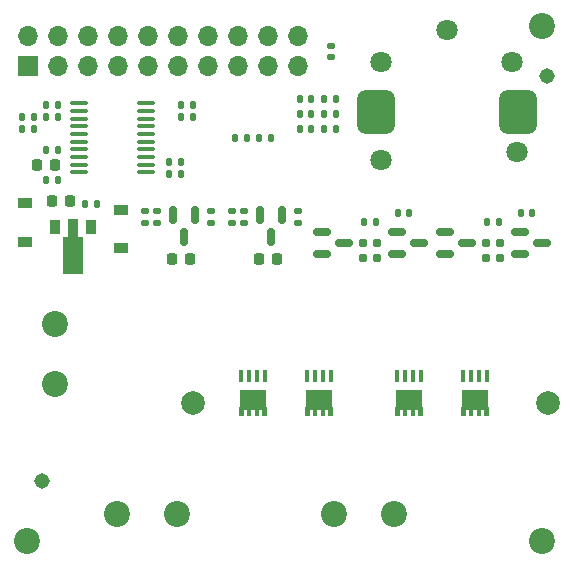
<source format=gbr>
%TF.GenerationSoftware,KiCad,Pcbnew,(6.0.2)*%
%TF.CreationDate,2022-04-08T22:45:36+03:00*%
%TF.ProjectId,pwm-controller,70776d2d-636f-46e7-9472-6f6c6c65722e,rev?*%
%TF.SameCoordinates,Original*%
%TF.FileFunction,Soldermask,Top*%
%TF.FilePolarity,Negative*%
%FSLAX46Y46*%
G04 Gerber Fmt 4.6, Leading zero omitted, Abs format (unit mm)*
G04 Created by KiCad (PCBNEW (6.0.2)) date 2022-04-08 22:45:36*
%MOMM*%
%LPD*%
G01*
G04 APERTURE LIST*
G04 Aperture macros list*
%AMRoundRect*
0 Rectangle with rounded corners*
0 $1 Rounding radius*
0 $2 $3 $4 $5 $6 $7 $8 $9 X,Y pos of 4 corners*
0 Add a 4 corners polygon primitive as box body*
4,1,4,$2,$3,$4,$5,$6,$7,$8,$9,$2,$3,0*
0 Add four circle primitives for the rounded corners*
1,1,$1+$1,$2,$3*
1,1,$1+$1,$4,$5*
1,1,$1+$1,$6,$7*
1,1,$1+$1,$8,$9*
0 Add four rect primitives between the rounded corners*
20,1,$1+$1,$2,$3,$4,$5,0*
20,1,$1+$1,$4,$5,$6,$7,0*
20,1,$1+$1,$6,$7,$8,$9,0*
20,1,$1+$1,$8,$9,$2,$3,0*%
%AMFreePoly0*
4,1,9,3.862500,-0.866500,0.737500,-0.866500,0.737500,-0.450000,-0.737500,-0.450000,-0.737500,0.450000,0.737500,0.450000,0.737500,0.866500,3.862500,0.866500,3.862500,-0.866500,3.862500,-0.866500,$1*%
%AMFreePoly1*
4,1,21,1.372500,0.787500,0.862500,0.787500,0.862500,0.532500,1.372500,0.532500,1.372500,0.127500,0.862500,0.127500,0.862500,-0.127500,1.372500,-0.127500,1.372500,-0.532500,0.862500,-0.532500,0.862500,-0.787500,1.372500,-0.787500,1.372500,-1.195000,0.612500,-1.195000,0.612500,-1.117500,-0.862500,-1.117500,-0.862500,1.117500,0.612500,1.117500,0.612500,1.195000,1.372500,1.195000,
1.372500,0.787500,1.372500,0.787500,$1*%
G04 Aperture macros list end*
%ADD10C,2.200000*%
%ADD11C,1.310000*%
%ADD12RoundRect,0.800000X-0.800000X-1.100000X0.800000X-1.100000X0.800000X1.100000X-0.800000X1.100000X0*%
%ADD13C,1.800000*%
%ADD14RoundRect,0.225000X-0.225000X-0.250000X0.225000X-0.250000X0.225000X0.250000X-0.225000X0.250000X0*%
%ADD15RoundRect,0.155000X0.212500X0.155000X-0.212500X0.155000X-0.212500X-0.155000X0.212500X-0.155000X0*%
%ADD16RoundRect,0.150000X-0.587500X-0.150000X0.587500X-0.150000X0.587500X0.150000X-0.587500X0.150000X0*%
%ADD17RoundRect,0.160000X-0.197500X-0.160000X0.197500X-0.160000X0.197500X0.160000X-0.197500X0.160000X0*%
%ADD18RoundRect,0.135000X0.135000X0.185000X-0.135000X0.185000X-0.135000X-0.185000X0.135000X-0.185000X0*%
%ADD19RoundRect,0.140000X0.140000X0.170000X-0.140000X0.170000X-0.140000X-0.170000X0.140000X-0.170000X0*%
%ADD20RoundRect,0.140000X-0.140000X-0.170000X0.140000X-0.170000X0.140000X0.170000X-0.140000X0.170000X0*%
%ADD21R,0.900000X1.300000*%
%ADD22FreePoly0,270.000000*%
%ADD23RoundRect,0.135000X-0.135000X-0.185000X0.135000X-0.185000X0.135000X0.185000X-0.135000X0.185000X0*%
%ADD24RoundRect,0.150000X-0.150000X0.587500X-0.150000X-0.587500X0.150000X-0.587500X0.150000X0.587500X0*%
%ADD25RoundRect,0.135000X0.185000X-0.135000X0.185000X0.135000X-0.185000X0.135000X-0.185000X-0.135000X0*%
%ADD26RoundRect,0.218750X0.218750X0.256250X-0.218750X0.256250X-0.218750X-0.256250X0.218750X-0.256250X0*%
%ADD27C,2.000000*%
%ADD28R,1.200000X0.900000*%
%ADD29RoundRect,0.225000X0.225000X0.250000X-0.225000X0.250000X-0.225000X-0.250000X0.225000X-0.250000X0*%
%ADD30R,1.700000X1.700000*%
%ADD31O,1.700000X1.700000*%
%ADD32R,0.405000X0.990000*%
%ADD33FreePoly1,270.000000*%
%ADD34RoundRect,0.135000X-0.185000X0.135000X-0.185000X-0.135000X0.185000X-0.135000X0.185000X0.135000X0*%
%ADD35RoundRect,0.100000X-0.637500X-0.100000X0.637500X-0.100000X0.637500X0.100000X-0.637500X0.100000X0*%
%ADD36RoundRect,0.140000X0.170000X-0.140000X0.170000X0.140000X-0.170000X0.140000X-0.170000X-0.140000X0*%
G04 APERTURE END LIST*
D10*
%TO.C,J1*%
X81788000Y-104648000D03*
X81788000Y-109728000D03*
%TD*%
D11*
%TO.C,H1*%
X123444000Y-83655000D03*
%TD*%
D10*
%TO.C,H3*%
X79375000Y-123025000D03*
%TD*%
D11*
%TO.C,H2*%
X80645000Y-117945000D03*
%TD*%
D12*
%TO.C,SW1*%
X108935000Y-86626000D03*
X120935000Y-86626000D03*
D13*
X109385000Y-82426000D03*
X120485000Y-82426000D03*
X109385000Y-90726000D03*
X114935000Y-79726000D03*
X120885000Y-90026000D03*
%TD*%
D14*
%TO.C,C1*%
X81521000Y-94234000D03*
X83071000Y-94234000D03*
%TD*%
D15*
%TO.C,C13*%
X109025500Y-99022000D03*
X107890500Y-99022000D03*
%TD*%
D16*
%TO.C,Q1*%
X110695500Y-96802000D03*
X110695500Y-98702000D03*
X112570500Y-97752000D03*
%TD*%
%TO.C,Q2*%
X104345500Y-96802000D03*
X104345500Y-98702000D03*
X106220500Y-97752000D03*
%TD*%
D17*
%TO.C,R13*%
X107860500Y-97752000D03*
X109055500Y-97752000D03*
%TD*%
D18*
%TO.C,R12*%
X108968000Y-95974000D03*
X107948000Y-95974000D03*
%TD*%
D15*
%TO.C,C15*%
X119439500Y-99022000D03*
X118304500Y-99022000D03*
%TD*%
D16*
%TO.C,Q5*%
X121109500Y-96802000D03*
X121109500Y-98702000D03*
X122984500Y-97752000D03*
%TD*%
%TO.C,Q6*%
X114759500Y-96802000D03*
X114759500Y-98702000D03*
X116634500Y-97752000D03*
%TD*%
D17*
%TO.C,R15*%
X118274500Y-97752000D03*
X119469500Y-97752000D03*
%TD*%
D18*
%TO.C,R14*%
X119382000Y-95974000D03*
X118362000Y-95974000D03*
%TD*%
D19*
%TO.C,C12*%
X122174000Y-95212000D03*
X121214000Y-95212000D03*
%TD*%
%TO.C,C14*%
X111760000Y-95212000D03*
X110800000Y-95212000D03*
%TD*%
D20*
%TO.C,C4*%
X102517000Y-85598000D03*
X103477000Y-85598000D03*
%TD*%
%TO.C,C5*%
X102517000Y-88138000D03*
X103477000Y-88138000D03*
%TD*%
%TO.C,C6*%
X102517000Y-86868000D03*
X103477000Y-86868000D03*
%TD*%
D21*
%TO.C,U1*%
X84812000Y-96394000D03*
D22*
X83312000Y-96481500D03*
D21*
X81812000Y-96394000D03*
%TD*%
D18*
%TO.C,R1*%
X105539000Y-85598000D03*
X104519000Y-85598000D03*
%TD*%
D23*
%TO.C,R5*%
X104519000Y-86868000D03*
X105539000Y-86868000D03*
%TD*%
D18*
%TO.C,R2*%
X105539000Y-88138000D03*
X104519000Y-88138000D03*
%TD*%
D24*
%TO.C,Q9*%
X93660000Y-95379300D03*
X91760000Y-95379300D03*
X92710000Y-97254300D03*
%TD*%
%TO.C,Q10*%
X101026000Y-95379300D03*
X99126000Y-95379300D03*
X100076000Y-97254300D03*
%TD*%
D25*
%TO.C,R18*%
X94996000Y-96064800D03*
X94996000Y-95044800D03*
%TD*%
%TO.C,R21*%
X102362000Y-96064800D03*
X102362000Y-95044800D03*
%TD*%
D26*
%TO.C,D4*%
X93243500Y-99110800D03*
X91668500Y-99110800D03*
%TD*%
%TO.C,D3*%
X100609500Y-99110800D03*
X99034500Y-99110800D03*
%TD*%
D23*
%TO.C,R3*%
X97026000Y-88900000D03*
X98046000Y-88900000D03*
%TD*%
D18*
%TO.C,R4*%
X100078000Y-88900000D03*
X99058000Y-88900000D03*
%TD*%
D19*
%TO.C,C2*%
X85316000Y-94488000D03*
X84356000Y-94488000D03*
%TD*%
D10*
%TO.C,H4*%
X123025000Y-123025000D03*
%TD*%
%TO.C,H5*%
X123025000Y-79375000D03*
%TD*%
D27*
%TO.C,H6*%
X93500000Y-111270000D03*
%TD*%
%TO.C,H7*%
X123500000Y-111270000D03*
%TD*%
D28*
%TO.C,D1*%
X79248000Y-94362000D03*
X79248000Y-97662000D03*
%TD*%
D20*
%TO.C,C9*%
X81054000Y-89916000D03*
X82014000Y-89916000D03*
%TD*%
D29*
%TO.C,C11*%
X81801000Y-91186000D03*
X80251000Y-91186000D03*
%TD*%
D30*
%TO.C,J2*%
X79502000Y-82804000D03*
D31*
X79502000Y-80264000D03*
X82042000Y-82804000D03*
X82042000Y-80264000D03*
X84582000Y-82804000D03*
X84582000Y-80264000D03*
X87122000Y-82804000D03*
X87122000Y-80264000D03*
X89662000Y-82804000D03*
X89662000Y-80264000D03*
X92202000Y-82804000D03*
X92202000Y-80264000D03*
X94742000Y-82804000D03*
X94742000Y-80264000D03*
X97282000Y-82804000D03*
X97282000Y-80264000D03*
X99822000Y-82804000D03*
X99822000Y-80264000D03*
X102362000Y-82804000D03*
X102362000Y-80264000D03*
%TD*%
D28*
%TO.C,D2*%
X87376000Y-98220800D03*
X87376000Y-94920800D03*
%TD*%
D10*
%TO.C,J4*%
X105410000Y-120739000D03*
X110490000Y-120739000D03*
%TD*%
%TO.C,J3*%
X86995000Y-120739000D03*
X92075000Y-120739000D03*
%TD*%
D32*
%TO.C,Q3*%
X112750000Y-109055000D03*
X112090000Y-109055000D03*
X111430000Y-109055000D03*
X110770000Y-109055000D03*
D33*
X111760000Y-111047500D03*
%TD*%
D32*
%TO.C,Q7*%
X99542000Y-109055000D03*
X98882000Y-109055000D03*
X98222000Y-109055000D03*
X97562000Y-109055000D03*
D33*
X98552000Y-111047500D03*
%TD*%
D34*
%TO.C,R16*%
X89408000Y-95044800D03*
X89408000Y-96064800D03*
%TD*%
%TO.C,R17*%
X90424000Y-95044800D03*
X90424000Y-96064800D03*
%TD*%
%TO.C,R19*%
X96774000Y-95044800D03*
X96774000Y-96064800D03*
%TD*%
%TO.C,R20*%
X97790000Y-95044800D03*
X97790000Y-96064800D03*
%TD*%
D32*
%TO.C,Q4*%
X118338000Y-109055000D03*
X117678000Y-109055000D03*
X117018000Y-109055000D03*
X116358000Y-109055000D03*
D33*
X117348000Y-111047500D03*
%TD*%
D32*
%TO.C,Q8*%
X105130000Y-109055000D03*
X104470000Y-109055000D03*
X103810000Y-109055000D03*
X103150000Y-109055000D03*
D33*
X104140000Y-111047500D03*
%TD*%
D19*
%TO.C,C3*%
X93444000Y-87084000D03*
X92484000Y-87084000D03*
%TD*%
D23*
%TO.C,R11*%
X78992000Y-87122000D03*
X80012000Y-87122000D03*
%TD*%
D18*
%TO.C,R8*%
X93474000Y-86068000D03*
X92454000Y-86068000D03*
%TD*%
%TO.C,R6*%
X92458000Y-90894000D03*
X91438000Y-90894000D03*
%TD*%
D23*
%TO.C,R10*%
X81024000Y-87084000D03*
X82044000Y-87084000D03*
%TD*%
D20*
%TO.C,C8*%
X81054000Y-92456000D03*
X82014000Y-92456000D03*
%TD*%
D35*
%TO.C,U2*%
X83786500Y-85929000D03*
X83786500Y-86579000D03*
X83786500Y-87229000D03*
X83786500Y-87879000D03*
X83786500Y-88529000D03*
X83786500Y-89179000D03*
X83786500Y-89829000D03*
X83786500Y-90479000D03*
X83786500Y-91129000D03*
X83786500Y-91779000D03*
X89511500Y-91779000D03*
X89511500Y-91129000D03*
X89511500Y-90479000D03*
X89511500Y-89829000D03*
X89511500Y-89179000D03*
X89511500Y-88529000D03*
X89511500Y-87879000D03*
X89511500Y-87229000D03*
X89511500Y-86579000D03*
X89511500Y-85929000D03*
%TD*%
D19*
%TO.C,C10*%
X79982000Y-88138000D03*
X79022000Y-88138000D03*
%TD*%
D18*
%TO.C,R7*%
X92458000Y-91910000D03*
X91438000Y-91910000D03*
%TD*%
D23*
%TO.C,R9*%
X81024000Y-86068000D03*
X82044000Y-86068000D03*
%TD*%
D36*
%TO.C,C7*%
X105156000Y-82014000D03*
X105156000Y-81054000D03*
%TD*%
M02*

</source>
